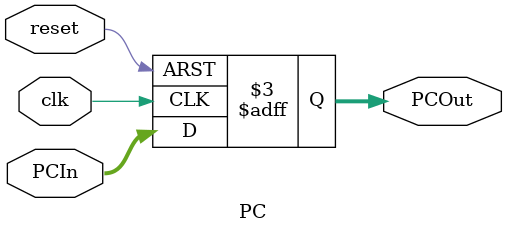
<source format=v>
module PC(PCIn,reset,clk,PCOut);
  input [31:0]PCIn;
  input clk,reset;
  output reg [31:0]PCOut;

  always@(posedge clk,negedge reset)
  begin
    if(reset==0)
      PCOut<=32'h00000000;
    else
      PCOut<=PCIn;
  end
endmodule
</source>
